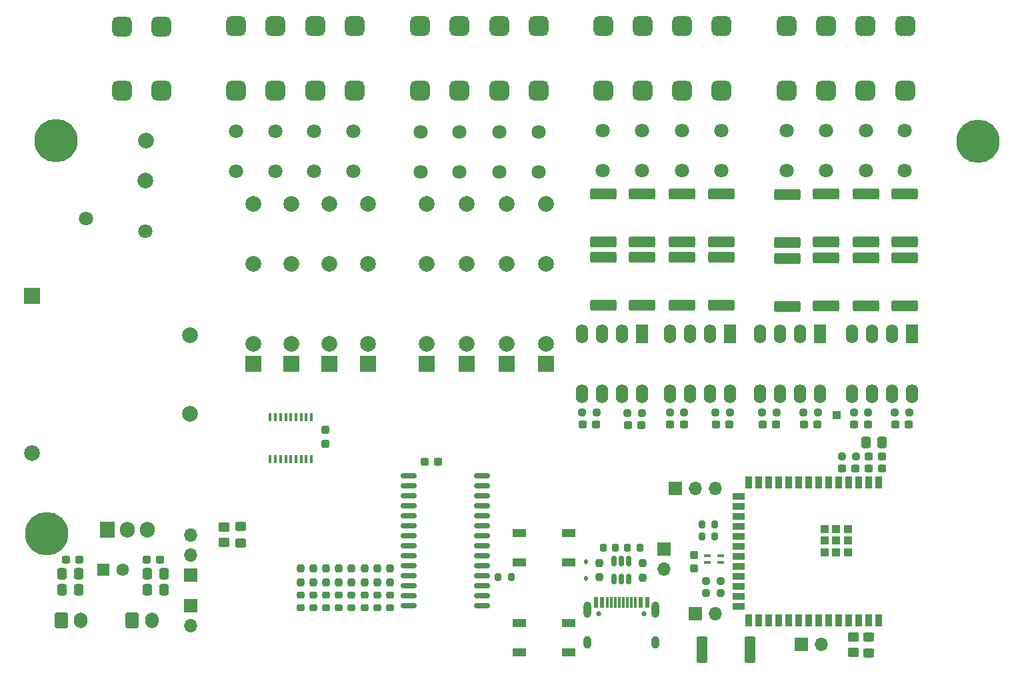
<source format=gts>
G04 #@! TF.GenerationSoftware,KiCad,Pcbnew,(7.0.0)*
G04 #@! TF.CreationDate,2023-05-29T14:24:34+02:00*
G04 #@! TF.ProjectId,hamodule,68616d6f-6475-46c6-952e-6b696361645f,V.20230529.22*
G04 #@! TF.SameCoordinates,Original*
G04 #@! TF.FileFunction,Soldermask,Top*
G04 #@! TF.FilePolarity,Negative*
%FSLAX46Y46*%
G04 Gerber Fmt 4.6, Leading zero omitted, Abs format (unit mm)*
G04 Created by KiCad (PCBNEW (7.0.0)) date 2023-05-29 14:24:34*
%MOMM*%
%LPD*%
G01*
G04 APERTURE LIST*
G04 Aperture macros list*
%AMRoundRect*
0 Rectangle with rounded corners*
0 $1 Rounding radius*
0 $2 $3 $4 $5 $6 $7 $8 $9 X,Y pos of 4 corners*
0 Add a 4 corners polygon primitive as box body*
4,1,4,$2,$3,$4,$5,$6,$7,$8,$9,$2,$3,0*
0 Add four circle primitives for the rounded corners*
1,1,$1+$1,$2,$3*
1,1,$1+$1,$4,$5*
1,1,$1+$1,$6,$7*
1,1,$1+$1,$8,$9*
0 Add four rect primitives between the rounded corners*
20,1,$1+$1,$2,$3,$4,$5,0*
20,1,$1+$1,$4,$5,$6,$7,0*
20,1,$1+$1,$6,$7,$8,$9,0*
20,1,$1+$1,$8,$9,$2,$3,0*%
G04 Aperture macros list end*
%ADD10R,1.700000X1.700000*%
%ADD11O,1.700000X1.700000*%
%ADD12RoundRect,0.249999X-1.425001X0.450001X-1.425001X-0.450001X1.425001X-0.450001X1.425001X0.450001X0*%
%ADD13C,1.800000*%
%ADD14RoundRect,0.250000X-0.450000X0.325000X-0.450000X-0.325000X0.450000X-0.325000X0.450000X0.325000X0*%
%ADD15RoundRect,0.250000X-0.450000X0.350000X-0.450000X-0.350000X0.450000X-0.350000X0.450000X0.350000X0*%
%ADD16RoundRect,0.250000X-0.600000X-0.750000X0.600000X-0.750000X0.600000X0.750000X-0.600000X0.750000X0*%
%ADD17O,1.700000X2.000000*%
%ADD18RoundRect,0.237500X0.300000X0.237500X-0.300000X0.237500X-0.300000X-0.237500X0.300000X-0.237500X0*%
%ADD19RoundRect,0.250000X-0.337500X-0.475000X0.337500X-0.475000X0.337500X0.475000X-0.337500X0.475000X0*%
%ADD20RoundRect,0.237500X-0.237500X0.300000X-0.237500X-0.300000X0.237500X-0.300000X0.237500X0.300000X0*%
%ADD21R,2.000000X2.000000*%
%ADD22C,2.000000*%
%ADD23R,1.905000X2.000000*%
%ADD24O,1.905000X2.000000*%
%ADD25RoundRect,0.625000X0.625000X0.625000X-0.625000X0.625000X-0.625000X-0.625000X0.625000X-0.625000X0*%
%ADD26C,5.500000*%
%ADD27R,1.600000X2.400000*%
%ADD28O,1.600000X2.400000*%
%ADD29RoundRect,0.237500X-0.250000X-0.237500X0.250000X-0.237500X0.250000X0.237500X-0.250000X0.237500X0*%
%ADD30R,1.800000X1.100000*%
%ADD31RoundRect,0.237500X-0.300000X-0.237500X0.300000X-0.237500X0.300000X0.237500X-0.300000X0.237500X0*%
%ADD32RoundRect,0.225000X0.225000X0.250000X-0.225000X0.250000X-0.225000X-0.250000X0.225000X-0.250000X0*%
%ADD33R,0.400000X1.000000*%
%ADD34RoundRect,0.237500X0.237500X-0.250000X0.237500X0.250000X-0.237500X0.250000X-0.237500X-0.250000X0*%
%ADD35RoundRect,0.218750X0.256250X-0.218750X0.256250X0.218750X-0.256250X0.218750X-0.256250X-0.218750X0*%
%ADD36RoundRect,0.200000X0.200000X0.275000X-0.200000X0.275000X-0.200000X-0.275000X0.200000X-0.275000X0*%
%ADD37R,0.900000X1.500000*%
%ADD38R,1.500000X0.900000*%
%ADD39R,1.000000X1.000000*%
%ADD40RoundRect,0.112500X-0.112500X0.187500X-0.112500X-0.187500X0.112500X-0.187500X0.112500X0.187500X0*%
%ADD41RoundRect,0.250000X0.337500X0.475000X-0.337500X0.475000X-0.337500X-0.475000X0.337500X-0.475000X0*%
%ADD42C,0.650000*%
%ADD43R,0.600000X1.450000*%
%ADD44R,0.300000X1.450000*%
%ADD45O,1.000000X2.100000*%
%ADD46O,1.000000X1.600000*%
%ADD47RoundRect,0.150000X-0.875000X-0.150000X0.875000X-0.150000X0.875000X0.150000X-0.875000X0.150000X0*%
%ADD48RoundRect,0.249999X-0.450001X-1.425001X0.450001X-1.425001X0.450001X1.425001X-0.450001X1.425001X0*%
%ADD49R,0.820000X0.304800*%
%ADD50R,0.820000X0.308800*%
%ADD51RoundRect,0.150000X0.150000X-0.512500X0.150000X0.512500X-0.150000X0.512500X-0.150000X-0.512500X0*%
%ADD52RoundRect,0.225000X-0.225000X-0.250000X0.225000X-0.250000X0.225000X0.250000X-0.225000X0.250000X0*%
%ADD53R,1.600000X1.600000*%
%ADD54C,1.600000*%
%ADD55RoundRect,0.250000X0.450000X-0.350000X0.450000X0.350000X-0.450000X0.350000X-0.450000X-0.350000X0*%
G04 APERTURE END LIST*
D10*
X47752499Y-108737399D03*
D11*
X47752499Y-111277399D03*
D12*
X100151000Y-56411500D03*
X100151000Y-62511500D03*
X105104000Y-56411500D03*
X105104000Y-62511500D03*
D13*
X34520700Y-59585350D03*
X42020700Y-61218680D03*
D12*
X105104000Y-64463300D03*
X105104000Y-70563300D03*
X100151000Y-64463300D03*
X100151000Y-70563300D03*
D14*
X54089300Y-98729800D03*
X54089300Y-100779800D03*
D15*
X52006500Y-98747800D03*
X52006500Y-100747800D03*
D16*
X40323000Y-110612700D03*
D17*
X42822999Y-110612699D03*
D18*
X33628500Y-102882700D03*
X31903500Y-102882700D03*
D19*
X42269500Y-106692700D03*
X44344500Y-106692700D03*
D20*
X64859400Y-86437300D03*
X64859400Y-88162300D03*
D21*
X27655999Y-69378899D03*
D22*
X27656000Y-89378900D03*
X47656000Y-84378900D03*
X47656000Y-74378900D03*
D23*
X37147999Y-99072699D03*
D24*
X39687999Y-99072699D03*
X42227999Y-99072699D03*
D25*
X68567800Y-43332400D03*
X68567800Y-35132401D03*
X63567800Y-43332400D03*
X63567800Y-35132401D03*
X58567800Y-43332400D03*
X58567800Y-35132401D03*
X53567800Y-43332400D03*
X53567800Y-35132401D03*
X44020000Y-43355999D03*
X44020000Y-35156000D03*
X39020000Y-43355999D03*
X39020000Y-35156000D03*
X115140000Y-43328199D03*
X115140000Y-35128200D03*
X110140000Y-43328199D03*
X110140000Y-35128200D03*
X105140000Y-43328199D03*
X105140000Y-35128200D03*
X100140000Y-43328199D03*
X100140000Y-35128200D03*
D22*
X42066400Y-49662400D03*
X42056400Y-54742400D03*
D26*
X30683200Y-49657000D03*
X147777200Y-49733200D03*
D27*
X139389177Y-74236117D03*
D28*
X136849177Y-74236117D03*
X134309177Y-74236117D03*
X131769177Y-74236117D03*
X131769177Y-81856117D03*
X134309177Y-81856117D03*
X136849177Y-81856117D03*
X139389177Y-81856117D03*
D12*
X115162400Y-64463300D03*
X115162400Y-70563300D03*
X110133200Y-56411500D03*
X110133200Y-62511500D03*
X115162400Y-56411500D03*
X115162400Y-62511500D03*
D27*
X105081299Y-74239599D03*
D28*
X102541299Y-74239599D03*
X100001299Y-74239599D03*
X97461299Y-74239599D03*
X97461299Y-81859599D03*
X100001299Y-81859599D03*
X102541299Y-81859599D03*
X105081299Y-81859599D03*
D27*
X116257299Y-74239599D03*
D28*
X113717299Y-74239599D03*
X111177299Y-74239599D03*
X108637299Y-74239599D03*
X108637299Y-81859599D03*
X111177299Y-81859599D03*
X113717299Y-81859599D03*
X116257299Y-81859599D03*
D12*
X110133200Y-64463300D03*
X110133200Y-70563300D03*
D29*
X130464402Y-89787199D03*
X132289402Y-89787199D03*
D18*
X132226902Y-91311199D03*
X130501902Y-91311199D03*
D16*
X31326000Y-110612700D03*
D17*
X33825999Y-110612699D03*
D30*
X89546999Y-99542599D03*
X95746999Y-99542599D03*
X89546999Y-103242599D03*
X95746999Y-103242599D03*
X89545799Y-110980999D03*
X95745799Y-110980999D03*
X89545799Y-114680999D03*
X95745799Y-114680999D03*
D10*
X125305401Y-113659698D03*
D11*
X127845401Y-113659698D03*
D31*
X133856902Y-91311199D03*
X135581902Y-91311199D03*
D20*
X111655402Y-102307199D03*
X111655402Y-104032199D03*
D32*
X101710402Y-101389699D03*
X100160402Y-101389699D03*
D33*
X57888799Y-90177599D03*
X58538799Y-90177599D03*
X59188799Y-90177599D03*
X59838799Y-90177599D03*
X60488799Y-90177599D03*
X61138799Y-90177599D03*
X61788799Y-90177599D03*
X62438799Y-90177599D03*
X63088799Y-90177599D03*
X63088799Y-84777599D03*
X62438799Y-84777599D03*
X61788799Y-84777599D03*
X61138799Y-84777599D03*
X60488799Y-84777599D03*
X59838799Y-84777599D03*
X59188799Y-84777599D03*
X58538799Y-84777599D03*
X57888799Y-84777599D03*
D34*
X63333600Y-105816400D03*
X63333600Y-103991400D03*
D31*
X77472200Y-90474800D03*
X79197200Y-90474800D03*
D25*
X138497702Y-43328199D03*
X138497702Y-35128200D03*
X133497702Y-43328199D03*
X133497702Y-35128200D03*
X128497702Y-43328199D03*
X128497702Y-35128200D03*
X123497702Y-43328199D03*
X123497702Y-35128200D03*
X91935800Y-43332400D03*
X91935800Y-35132401D03*
X86935800Y-43332400D03*
X86935800Y-35132401D03*
X81935800Y-43332400D03*
X81935800Y-35132401D03*
X76935800Y-43332400D03*
X76935800Y-35132401D03*
D34*
X61708000Y-105814500D03*
X61708000Y-103989500D03*
D12*
X128459200Y-64567800D03*
X128459200Y-70667800D03*
D31*
X120400002Y-85761299D03*
X122125002Y-85761299D03*
D12*
X128459200Y-56435800D03*
X128459200Y-62535800D03*
D35*
X61708000Y-108991600D03*
X61708000Y-107416600D03*
D31*
X132032102Y-85761299D03*
X133757102Y-85761299D03*
D13*
X81902800Y-53619400D03*
X81902800Y-48539400D03*
D29*
X108614626Y-84212480D03*
X110439626Y-84212480D03*
D21*
X77774799Y-78043899D03*
D22*
X77774800Y-75503900D03*
X77774800Y-65343900D03*
X77774800Y-57723900D03*
D10*
X109334799Y-93878399D03*
D11*
X111874799Y-93878399D03*
X114414799Y-93878399D03*
D13*
X105104000Y-53515900D03*
X105104000Y-48435900D03*
D34*
X69836000Y-105814500D03*
X69836000Y-103989500D03*
X68210400Y-105816400D03*
X68210400Y-103991400D03*
D12*
X123520200Y-64615600D03*
X123520200Y-70715600D03*
D29*
X97487526Y-84212480D03*
X99312526Y-84212480D03*
D36*
X114330402Y-98479699D03*
X112680402Y-98479699D03*
D29*
X137213702Y-84237299D03*
X139038702Y-84237299D03*
D12*
X123520200Y-56485600D03*
X123520200Y-62585600D03*
D36*
X114330402Y-99954699D03*
X112680402Y-99954699D03*
D37*
X135115401Y-93119698D03*
X133845401Y-93119698D03*
X132575401Y-93119698D03*
X131305401Y-93119698D03*
X130035401Y-93119698D03*
X128765401Y-93119698D03*
X127495401Y-93119698D03*
X126225401Y-93119698D03*
X124955401Y-93119698D03*
X123685401Y-93119698D03*
X122415401Y-93119698D03*
X121145401Y-93119698D03*
X119875401Y-93119698D03*
X118605401Y-93119698D03*
D38*
X117355401Y-94884698D03*
X117355401Y-96154698D03*
X117355401Y-97424698D03*
X117355401Y-98694698D03*
X117355401Y-99964698D03*
X117355401Y-101234698D03*
X117355401Y-102504698D03*
X117355401Y-103774698D03*
X117355401Y-105044698D03*
X117355401Y-106314698D03*
X117355401Y-107584698D03*
X117355401Y-108854698D03*
D37*
X118605401Y-110619698D03*
X119875401Y-110619698D03*
X121145401Y-110619698D03*
X122415401Y-110619698D03*
X123685401Y-110619698D03*
X124955401Y-110619698D03*
X126225401Y-110619698D03*
X127495401Y-110619698D03*
X128765401Y-110619698D03*
X130035401Y-110619698D03*
X131305401Y-110619698D03*
X132575401Y-110619698D03*
X133845401Y-110619698D03*
X135115401Y-110619698D03*
D39*
X131265401Y-99009698D03*
X129765401Y-99009698D03*
X128265401Y-99009698D03*
X131265401Y-100509698D03*
X129765401Y-100509698D03*
X128265401Y-100509698D03*
X131265401Y-102009698D03*
X129765401Y-102009698D03*
X128265401Y-102009698D03*
D12*
X138492200Y-56435800D03*
X138492200Y-62535800D03*
D35*
X69836000Y-108991500D03*
X69836000Y-107416500D03*
D21*
X82854799Y-78043899D03*
D22*
X82854800Y-75503900D03*
X82854800Y-65343900D03*
X82854800Y-57723900D03*
D13*
X115162400Y-53515900D03*
X115162400Y-48435900D03*
D10*
X107915401Y-101544698D03*
D11*
X107915401Y-104084698D03*
D13*
X133502400Y-53517800D03*
X133502400Y-48437800D03*
D36*
X88480400Y-105156000D03*
X86830400Y-105156000D03*
D10*
X111830401Y-109769698D03*
D11*
X114370401Y-109769698D03*
D29*
X125582402Y-84237299D03*
X127407402Y-84237299D03*
D39*
X129807199Y-84531199D03*
D14*
X133895402Y-112704699D03*
X133895402Y-114754699D03*
D40*
X97955600Y-103208400D03*
X97955600Y-105308400D03*
D13*
X128497800Y-53517800D03*
X128497800Y-48437800D03*
X68408300Y-53532900D03*
X68408300Y-48452900D03*
D27*
X127705177Y-74236117D03*
D28*
X125165177Y-74236117D03*
X122625177Y-74236117D03*
X120085177Y-74236117D03*
X120085177Y-81856117D03*
X122625177Y-81856117D03*
X125165177Y-81856117D03*
X127705177Y-81856117D03*
D12*
X133513800Y-56435800D03*
X133513800Y-62535800D03*
D18*
X138988702Y-85761299D03*
X137263702Y-85761299D03*
D41*
X33549500Y-104660700D03*
X31474500Y-104660700D03*
D13*
X76949800Y-53619400D03*
X76949800Y-48539400D03*
D42*
X99591402Y-109775599D03*
X105371402Y-109775599D03*
D43*
X99231401Y-108330598D03*
X100031401Y-108330598D03*
D44*
X101231401Y-108330598D03*
X102231401Y-108330598D03*
X102731401Y-108330598D03*
X103731401Y-108330598D03*
D43*
X104931401Y-108330598D03*
X105731401Y-108330598D03*
X105731401Y-108330598D03*
X104931401Y-108330598D03*
D44*
X104231401Y-108330598D03*
X103231401Y-108330598D03*
X101731401Y-108330598D03*
X100731401Y-108330598D03*
D43*
X100031401Y-108330598D03*
X99231401Y-108330598D03*
D45*
X98161401Y-109245598D03*
D46*
X98161401Y-113425598D03*
D45*
X106801401Y-109245598D03*
D46*
X106801401Y-113425598D03*
D29*
X114405826Y-84212480D03*
X116230826Y-84212480D03*
D34*
X64959200Y-105816400D03*
X64959200Y-103991400D03*
D10*
X47752499Y-104863899D03*
D11*
X47752499Y-102323899D03*
X47752499Y-99783899D03*
D31*
X108661626Y-85736480D03*
X110386626Y-85736480D03*
D35*
X73087200Y-108991500D03*
X73087200Y-107416500D03*
D47*
X75498400Y-92278200D03*
X75498400Y-93548200D03*
X75498400Y-94818200D03*
X75498400Y-96088200D03*
X75498400Y-97358200D03*
X75498400Y-98628200D03*
X75498400Y-99898200D03*
X75498400Y-101168200D03*
X75498400Y-102438200D03*
X75498400Y-103708200D03*
X75498400Y-104978200D03*
X75498400Y-106248200D03*
X75498400Y-107518200D03*
X75498400Y-108788200D03*
X84798400Y-108788200D03*
X84798400Y-107518200D03*
X84798400Y-106248200D03*
X84798400Y-104978200D03*
X84798400Y-103708200D03*
X84798400Y-102438200D03*
X84798400Y-101168200D03*
X84798400Y-99898200D03*
X84798400Y-98628200D03*
X84798400Y-97358200D03*
X84798400Y-96088200D03*
X84798400Y-94818200D03*
X84798400Y-93548200D03*
X84798400Y-92278200D03*
D31*
X103279026Y-85838080D03*
X105004026Y-85838080D03*
X42190500Y-102882700D03*
X43915500Y-102882700D03*
D13*
X138480800Y-53517800D03*
X138480800Y-48437800D03*
X110133200Y-53515900D03*
X110133200Y-48435900D03*
D29*
X120350002Y-84237299D03*
X122175002Y-84237299D03*
D35*
X63333600Y-108991500D03*
X63333600Y-107416500D03*
D13*
X86982800Y-53619400D03*
X86982800Y-48539400D03*
D34*
X73087200Y-105814500D03*
X73087200Y-103989500D03*
D31*
X125632402Y-85761299D03*
X127357402Y-85761299D03*
D18*
X116177826Y-85736480D03*
X114452826Y-85736480D03*
D34*
X105185402Y-105172199D03*
X105185402Y-103347199D03*
X71461600Y-105814500D03*
X71461600Y-103989500D03*
D21*
X55694299Y-78043899D03*
D22*
X55694300Y-75503900D03*
X55694300Y-65343900D03*
X55694300Y-57723900D03*
D21*
X60520299Y-78043899D03*
D22*
X60520300Y-75503900D03*
X60520300Y-65343900D03*
X60520300Y-57723900D03*
D13*
X58488300Y-53532900D03*
X58488300Y-48452900D03*
D21*
X70299299Y-78043899D03*
D22*
X70299300Y-75503900D03*
X70299300Y-65343900D03*
X70299300Y-57723900D03*
D21*
X87934799Y-78043899D03*
D22*
X87934800Y-75503900D03*
X87934800Y-65343900D03*
X87934800Y-57723900D03*
D21*
X92887799Y-78043899D03*
D22*
X92887800Y-75503900D03*
X92887800Y-65343900D03*
X92887800Y-57723900D03*
D48*
X112672400Y-114350800D03*
X118772400Y-114350800D03*
D49*
X115125401Y-103269698D03*
D50*
X115125401Y-102458898D03*
X113405401Y-102458898D03*
D49*
X113405401Y-103269698D03*
D35*
X66584800Y-108991500D03*
X66584800Y-107416500D03*
D51*
X101535402Y-105367199D03*
X102485402Y-105367199D03*
X103435402Y-105367199D03*
X103435402Y-103092199D03*
X102485402Y-103092199D03*
X101535402Y-103092199D03*
D21*
X65346299Y-78043899D03*
D22*
X65346300Y-75503900D03*
X65346300Y-65343900D03*
X65346300Y-57723900D03*
D52*
X103250402Y-101389699D03*
X104800402Y-101389699D03*
D29*
X113234502Y-105612299D03*
X115059502Y-105612299D03*
D41*
X33549500Y-106692700D03*
X31474500Y-106692700D03*
D35*
X64959200Y-108991500D03*
X64959200Y-107416500D03*
D12*
X133513800Y-64563800D03*
X133513800Y-70663800D03*
D53*
X36639999Y-104152699D03*
D54*
X39140000Y-104152700D03*
D13*
X123497800Y-53488400D03*
X123497800Y-48408400D03*
X100125600Y-53515900D03*
X100125600Y-48435900D03*
D35*
X68210400Y-108991500D03*
X68210400Y-107416500D03*
D12*
X138492200Y-64563800D03*
X138492200Y-70663800D03*
D31*
X133876002Y-89787199D03*
X135601002Y-89787199D03*
D19*
X42269500Y-104660700D03*
X44344500Y-104660700D03*
D13*
X91935800Y-53619400D03*
X91935800Y-48539400D03*
D34*
X66584800Y-105816400D03*
X66584800Y-103991400D03*
D29*
X103227926Y-84263280D03*
X105052926Y-84263280D03*
X113234502Y-107136299D03*
X115059502Y-107136299D03*
D13*
X53535300Y-53532900D03*
X53535300Y-48452900D03*
D55*
X131895402Y-114729699D03*
X131895402Y-112729699D03*
D34*
X99715402Y-105152199D03*
X99715402Y-103327199D03*
D26*
X29464500Y-99606200D03*
D31*
X97536426Y-85736480D03*
X99261426Y-85736480D03*
D13*
X63408300Y-53532900D03*
X63408300Y-48452900D03*
D19*
X133498302Y-88019699D03*
X135573302Y-88019699D03*
D35*
X71461600Y-108991500D03*
X71461600Y-107416500D03*
D29*
X131981302Y-84237299D03*
X133806302Y-84237299D03*
M02*

</source>
